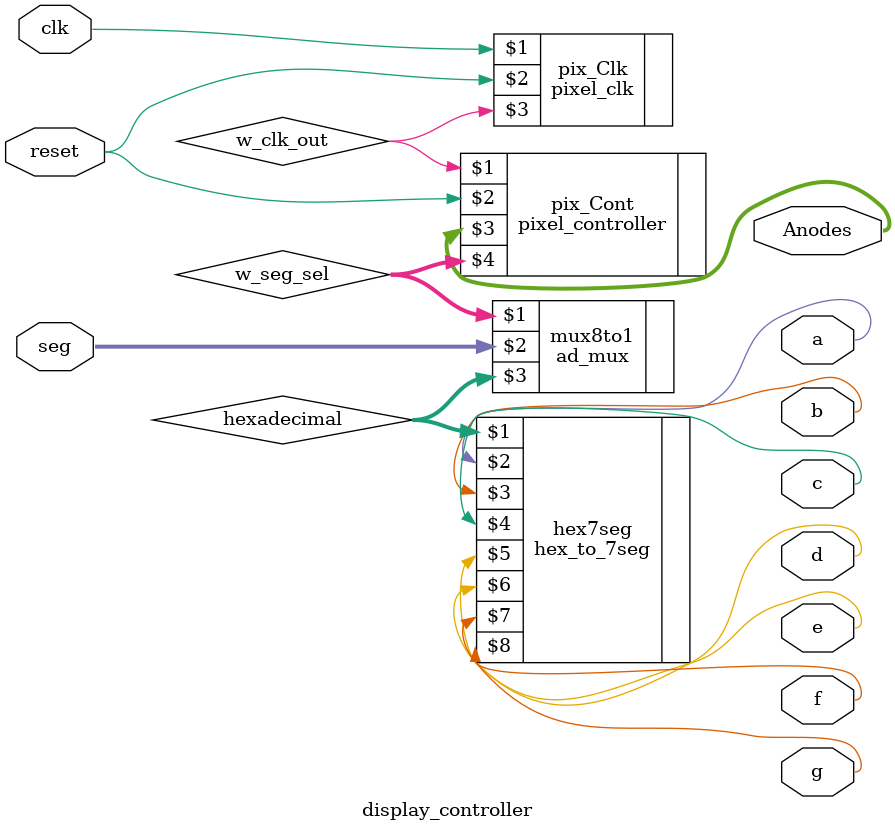
<source format=v>
`timescale 1ns / 1ps
/*******************************************************************************
*    File Name:     Display_Controller.v
*    Project:       Lab Project 7: CPU Excecution unit
*    Designers:     Houssem Eddin Loudhabachi and Jose Sotelo
*    Emails:        jsotelo235@gmail.com and hloudhabachi@gmail.com 
*    Rev. Date:     April. 19, 2017
*
*    Purpose:	     The Display Controller selects which anode should be
*                   turned due to the fact that only one can be on at a time.It
*				also controls the frequency of the display.
*         
*    Notes:		This module instantiates the pixel controller module,
*                   pixel controller module, ad_mux, and the hex_to7Segment
*				module
 ******************************************************************************/
module display_controller(clk, reset, seg, Anodes, a, b, c, d, e, f, g);

   // IO Declarations
	input               clk, reset;
	input     [31:0] 	seg;
     
	output    [7:0]     Anodes;
	output		 	a, b, c, d, e, f, g;

   // wires 
	wire			     w_clk_out;
	wire      [2:0]     w_seg_sel;
	wire	     [3:0]     hexadecimal;

     //***********************************
     //   Pixel Clock Instantiation
     //***********************************
	  
	pixel_clk pix_Clk(clk, reset, w_clk_out);

     //***********************************
     //   Pixel Controller Instantiation
     //***********************************
	
	pixel_controller pix_Cont(w_clk_out, reset, Anodes, w_seg_sel);

     //***********************************
     //   8-to-1 Mux Instantiation
     //***********************************
	ad_mux mux8to1(w_seg_sel, seg, hexadecimal);

     //**********************************************
     //   Hex to 7 Segment Display Mux Instantiation
     //**********************************************
	hex_to_7seg hex7seg(hexadecimal, a, b, c, d, e, f, g);
endmodule

</source>
